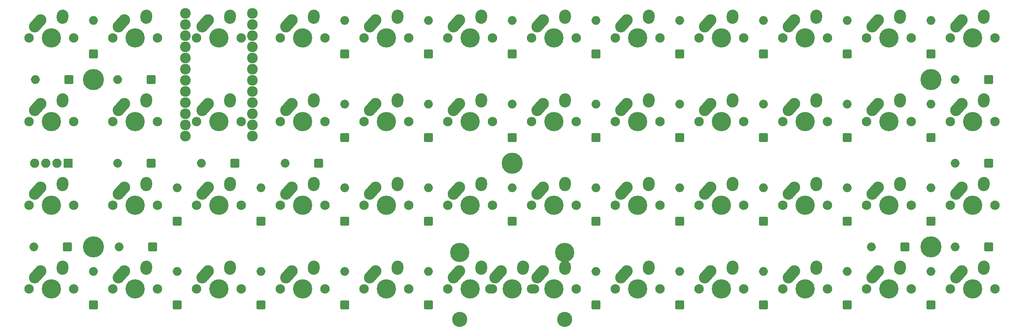
<source format=gbs>
G04 #@! TF.GenerationSoftware,KiCad,Pcbnew,(6.0.0)*
G04 #@! TF.CreationDate,2022-02-06T23:40:04-05:00*
G04 #@! TF.ProjectId,Contra,436f6e74-7261-42e6-9b69-6361645f7063,rev?*
G04 #@! TF.SameCoordinates,Original*
G04 #@! TF.FileFunction,Soldermask,Bot*
G04 #@! TF.FilePolarity,Negative*
%FSLAX46Y46*%
G04 Gerber Fmt 4.6, Leading zero omitted, Abs format (unit mm)*
G04 Created by KiCad (PCBNEW (6.0.0)) date 2022-02-06 23:40:04*
%MOMM*%
%LPD*%
G01*
G04 APERTURE LIST*
G04 Aperture macros list*
%AMRoundRect*
0 Rectangle with rounded corners*
0 $1 Rounding radius*
0 $2 $3 $4 $5 $6 $7 $8 $9 X,Y pos of 4 corners*
0 Add a 4 corners polygon primitive as box body*
4,1,4,$2,$3,$4,$5,$6,$7,$8,$9,$2,$3,0*
0 Add four circle primitives for the rounded corners*
1,1,$1+$1,$2,$3*
1,1,$1+$1,$4,$5*
1,1,$1+$1,$6,$7*
1,1,$1+$1,$8,$9*
0 Add four rect primitives between the rounded corners*
20,1,$1+$1,$2,$3,$4,$5,0*
20,1,$1+$1,$4,$5,$6,$7,0*
20,1,$1+$1,$6,$7,$8,$9,0*
20,1,$1+$1,$8,$9,$2,$3,0*%
%AMHorizOval*
0 Thick line with rounded ends*
0 $1 width*
0 $2 $3 position (X,Y) of the first rounded end (center of the circle)*
0 $4 $5 position (X,Y) of the second rounded end (center of the circle)*
0 Add line between two ends*
20,1,$1,$2,$3,$4,$5,0*
0 Add two circle primitives to create the rounded ends*
1,1,$1,$2,$3*
1,1,$1,$4,$5*%
G04 Aperture macros list end*
%ADD10C,2.150000*%
%ADD11C,4.387800*%
%ADD12C,2.650000*%
%ADD13HorizOval,2.650000X0.655001X0.730000X-0.655001X-0.730000X0*%
%ADD14HorizOval,2.650000X0.020000X0.290000X-0.020000X-0.290000X0*%
%ADD15C,3.448000*%
%ADD16C,1.100000*%
%ADD17C,4.800000*%
%ADD18RoundRect,0.200000X0.800000X-0.800000X0.800000X0.800000X-0.800000X0.800000X-0.800000X-0.800000X0*%
%ADD19O,2.000000X2.000000*%
%ADD20RoundRect,0.200000X0.800000X0.800000X-0.800000X0.800000X-0.800000X-0.800000X0.800000X-0.800000X0*%
%ADD21RoundRect,0.200000X-0.850000X0.850000X-0.850000X-0.850000X0.850000X-0.850000X0.850000X0.850000X0*%
%ADD22O,2.100000X2.100000*%
%ADD23C,2.432000*%
G04 APERTURE END LIST*
D10*
X33020000Y-38100000D03*
X43180000Y-38100000D03*
D11*
X38100000Y-38100000D03*
D12*
X35600000Y-34100000D03*
D13*
X34945001Y-34830000D03*
D14*
X40620000Y-33310000D03*
D12*
X40640000Y-33020000D03*
D10*
X52070000Y-38100000D03*
D11*
X57150000Y-38100000D03*
D10*
X62230000Y-38100000D03*
D12*
X54650000Y-34100000D03*
D13*
X53995001Y-34830000D03*
D12*
X59690000Y-33020000D03*
D14*
X59670000Y-33310000D03*
D10*
X81280000Y-38100000D03*
D11*
X76200000Y-38100000D03*
D10*
X71120000Y-38100000D03*
D12*
X73700000Y-34100000D03*
D13*
X73045001Y-34830000D03*
D14*
X78720000Y-33310000D03*
D12*
X78740000Y-33020000D03*
D11*
X95250000Y-38100000D03*
D10*
X90170000Y-38100000D03*
X100330000Y-38100000D03*
D13*
X92095001Y-34830000D03*
D12*
X92750000Y-34100000D03*
D14*
X97770000Y-33310000D03*
D12*
X97790000Y-33020000D03*
D11*
X114300000Y-38100000D03*
D10*
X109220000Y-38100000D03*
X119380000Y-38100000D03*
D12*
X111800000Y-34100000D03*
D13*
X111145001Y-34830000D03*
D12*
X116840000Y-33020000D03*
D14*
X116820000Y-33310000D03*
D10*
X128270000Y-38100000D03*
X138430000Y-38100000D03*
D11*
X133350000Y-38100000D03*
D12*
X130850000Y-34100000D03*
D13*
X130195001Y-34830000D03*
D14*
X135870000Y-33310000D03*
D12*
X135890000Y-33020000D03*
D10*
X147320000Y-38100000D03*
D11*
X152400000Y-38100000D03*
D10*
X157480000Y-38100000D03*
D13*
X149245001Y-34830000D03*
D12*
X149900000Y-34100000D03*
X154940000Y-33020000D03*
D14*
X154920000Y-33310000D03*
D11*
X171450000Y-38100000D03*
D10*
X176530000Y-38100000D03*
X166370000Y-38100000D03*
D12*
X168950000Y-34100000D03*
D13*
X168295001Y-34830000D03*
D14*
X173970000Y-33310000D03*
D12*
X173990000Y-33020000D03*
D10*
X185420000Y-38100000D03*
D11*
X190500000Y-38100000D03*
D10*
X195580000Y-38100000D03*
D12*
X188000000Y-34100000D03*
D13*
X187345001Y-34830000D03*
D12*
X193040000Y-33020000D03*
D14*
X193020000Y-33310000D03*
D10*
X214630000Y-38100000D03*
D11*
X209550000Y-38100000D03*
D10*
X204470000Y-38100000D03*
D13*
X206395001Y-34830000D03*
D12*
X207050000Y-34100000D03*
D14*
X212070000Y-33310000D03*
D12*
X212090000Y-33020000D03*
D10*
X233680000Y-38100000D03*
X223520000Y-38100000D03*
D11*
X228600000Y-38100000D03*
D13*
X225445001Y-34830000D03*
D12*
X226100000Y-34100000D03*
X231140000Y-33020000D03*
D14*
X231120000Y-33310000D03*
D10*
X252730000Y-38100000D03*
D11*
X247650000Y-38100000D03*
D10*
X242570000Y-38100000D03*
D13*
X244495001Y-34830000D03*
D12*
X245150000Y-34100000D03*
D14*
X250170000Y-33310000D03*
D12*
X250190000Y-33020000D03*
D10*
X43180000Y-57150000D03*
X33020000Y-57150000D03*
D11*
X38100000Y-57150000D03*
D13*
X34945001Y-53880000D03*
D12*
X35600000Y-53150000D03*
X40640000Y-52070000D03*
D14*
X40620000Y-52360000D03*
D10*
X62230000Y-57150000D03*
X52070000Y-57150000D03*
D11*
X57150000Y-57150000D03*
D12*
X54650000Y-53150000D03*
D13*
X53995001Y-53880000D03*
D14*
X59670000Y-52360000D03*
D12*
X59690000Y-52070000D03*
D11*
X76200000Y-57150000D03*
D10*
X81280000Y-57150000D03*
X71120000Y-57150000D03*
D13*
X73045001Y-53880000D03*
D12*
X73700000Y-53150000D03*
D14*
X78720000Y-52360000D03*
D12*
X78740000Y-52070000D03*
D11*
X95250000Y-57150000D03*
D10*
X100330000Y-57150000D03*
X90170000Y-57150000D03*
D12*
X92750000Y-53150000D03*
D13*
X92095001Y-53880000D03*
D14*
X97770000Y-52360000D03*
D12*
X97790000Y-52070000D03*
D11*
X114300000Y-57150000D03*
D10*
X119380000Y-57150000D03*
X109220000Y-57150000D03*
D13*
X111145001Y-53880000D03*
D12*
X111800000Y-53150000D03*
X116840000Y-52070000D03*
D14*
X116820000Y-52360000D03*
D11*
X133350000Y-57150000D03*
D10*
X138430000Y-57150000D03*
X128270000Y-57150000D03*
D12*
X130850000Y-53150000D03*
D13*
X130195001Y-53880000D03*
D14*
X135870000Y-52360000D03*
D12*
X135890000Y-52070000D03*
D10*
X157480000Y-57150000D03*
X147320000Y-57150000D03*
D11*
X152400000Y-57150000D03*
D12*
X149900000Y-53150000D03*
D13*
X149245001Y-53880000D03*
D14*
X154920000Y-52360000D03*
D12*
X154940000Y-52070000D03*
D10*
X166370000Y-57150000D03*
D11*
X171450000Y-57150000D03*
D10*
X176530000Y-57150000D03*
D12*
X168950000Y-53150000D03*
D13*
X168295001Y-53880000D03*
D12*
X173990000Y-52070000D03*
D14*
X173970000Y-52360000D03*
D11*
X190500000Y-57150000D03*
D10*
X195580000Y-57150000D03*
X185420000Y-57150000D03*
D13*
X187345001Y-53880000D03*
D12*
X188000000Y-53150000D03*
X193040000Y-52070000D03*
D14*
X193020000Y-52360000D03*
D10*
X204470000Y-57150000D03*
X214630000Y-57150000D03*
D11*
X209550000Y-57150000D03*
D12*
X207050000Y-53150000D03*
D13*
X206395001Y-53880000D03*
D14*
X212070000Y-52360000D03*
D12*
X212090000Y-52070000D03*
D10*
X233680000Y-57150000D03*
X223520000Y-57150000D03*
D11*
X228600000Y-57150000D03*
D12*
X226100000Y-53150000D03*
D13*
X225445001Y-53880000D03*
D12*
X231140000Y-52070000D03*
D14*
X231120000Y-52360000D03*
D10*
X242570000Y-57150000D03*
D11*
X247650000Y-57150000D03*
D10*
X252730000Y-57150000D03*
D12*
X245150000Y-53150000D03*
D13*
X244495001Y-53880000D03*
D14*
X250170000Y-52360000D03*
D12*
X250190000Y-52070000D03*
D10*
X43180000Y-76200000D03*
D11*
X38100000Y-76200000D03*
D10*
X33020000Y-76200000D03*
D12*
X35600000Y-72200000D03*
D13*
X34945001Y-72930000D03*
D12*
X40640000Y-71120000D03*
D14*
X40620000Y-71410000D03*
D10*
X52070000Y-76200000D03*
X62230000Y-76200000D03*
D11*
X57150000Y-76200000D03*
D13*
X53995001Y-72930000D03*
D12*
X54650000Y-72200000D03*
X59690000Y-71120000D03*
D14*
X59670000Y-71410000D03*
D11*
X76200000Y-76200000D03*
D10*
X81280000Y-76200000D03*
X71120000Y-76200000D03*
D12*
X73700000Y-72200000D03*
D13*
X73045001Y-72930000D03*
D12*
X78740000Y-71120000D03*
D14*
X78720000Y-71410000D03*
D10*
X90170000Y-76200000D03*
D11*
X95250000Y-76200000D03*
D10*
X100330000Y-76200000D03*
D13*
X92095001Y-72930000D03*
D12*
X92750000Y-72200000D03*
X97790000Y-71120000D03*
D14*
X97770000Y-71410000D03*
D10*
X119380000Y-76200000D03*
D11*
X114300000Y-76200000D03*
D10*
X109220000Y-76200000D03*
D12*
X111800000Y-72200000D03*
D13*
X111145001Y-72930000D03*
D14*
X116820000Y-71410000D03*
D12*
X116840000Y-71120000D03*
D10*
X128270000Y-76200000D03*
X138430000Y-76200000D03*
D11*
X133350000Y-76200000D03*
D12*
X130850000Y-72200000D03*
D13*
X130195001Y-72930000D03*
D14*
X135870000Y-71410000D03*
D12*
X135890000Y-71120000D03*
D10*
X157480000Y-76200000D03*
X147320000Y-76200000D03*
D11*
X152400000Y-76200000D03*
D12*
X149900000Y-72200000D03*
D13*
X149245001Y-72930000D03*
D12*
X154940000Y-71120000D03*
D14*
X154920000Y-71410000D03*
D10*
X166370000Y-76200000D03*
D11*
X171450000Y-76200000D03*
D10*
X176530000Y-76200000D03*
D12*
X168950000Y-72200000D03*
D13*
X168295001Y-72930000D03*
D12*
X173990000Y-71120000D03*
D14*
X173970000Y-71410000D03*
D10*
X185420000Y-76200000D03*
X195580000Y-76200000D03*
D11*
X190500000Y-76200000D03*
D12*
X188000000Y-72200000D03*
D13*
X187345001Y-72930000D03*
D14*
X193020000Y-71410000D03*
D12*
X193040000Y-71120000D03*
D10*
X214630000Y-76200000D03*
X204470000Y-76200000D03*
D11*
X209550000Y-76200000D03*
D13*
X206395001Y-72930000D03*
D12*
X207050000Y-72200000D03*
D14*
X212070000Y-71410000D03*
D12*
X212090000Y-71120000D03*
D11*
X228600000Y-76200000D03*
D10*
X223520000Y-76200000D03*
X233680000Y-76200000D03*
D12*
X226100000Y-72200000D03*
D13*
X225445001Y-72930000D03*
D12*
X231140000Y-71120000D03*
D14*
X231120000Y-71410000D03*
D10*
X242570000Y-76200000D03*
D11*
X247650000Y-76200000D03*
D10*
X252730000Y-76200000D03*
D12*
X245150000Y-72200000D03*
D13*
X244495001Y-72930000D03*
D14*
X250170000Y-71410000D03*
D12*
X250190000Y-71120000D03*
D11*
X38100000Y-95250000D03*
D10*
X33020000Y-95250000D03*
X43180000Y-95250000D03*
D13*
X34945001Y-91980000D03*
D12*
X35600000Y-91250000D03*
X40640000Y-90170000D03*
D14*
X40620000Y-90460000D03*
D11*
X57150000Y-95250000D03*
D10*
X52070000Y-95250000D03*
X62230000Y-95250000D03*
D13*
X53995001Y-91980000D03*
D12*
X54650000Y-91250000D03*
X59690000Y-90170000D03*
D14*
X59670000Y-90460000D03*
D11*
X76200000Y-95250000D03*
D10*
X81280000Y-95250000D03*
X71120000Y-95250000D03*
D12*
X73700000Y-91250000D03*
D13*
X73045001Y-91980000D03*
D12*
X78740000Y-90170000D03*
D14*
X78720000Y-90460000D03*
D10*
X100330000Y-95250000D03*
X90170000Y-95250000D03*
D11*
X95250000Y-95250000D03*
D13*
X92095001Y-91980000D03*
D12*
X92750000Y-91250000D03*
X97790000Y-90170000D03*
D14*
X97770000Y-90460000D03*
D10*
X119380000Y-95250000D03*
D11*
X114300000Y-95250000D03*
D10*
X109220000Y-95250000D03*
D12*
X111800000Y-91250000D03*
D13*
X111145001Y-91980000D03*
D14*
X116820000Y-90460000D03*
D12*
X116840000Y-90170000D03*
D11*
X133350000Y-95250000D03*
D10*
X138430000Y-95250000D03*
X128270000Y-95250000D03*
D13*
X130195001Y-91980000D03*
D12*
X130850000Y-91250000D03*
X135890000Y-90170000D03*
D14*
X135870000Y-90460000D03*
D11*
X152400000Y-95250000D03*
D10*
X147320000Y-95250000D03*
X157480000Y-95250000D03*
D12*
X149900000Y-91250000D03*
D13*
X149245001Y-91980000D03*
D14*
X154920000Y-90460000D03*
D12*
X154940000Y-90170000D03*
D10*
X166370000Y-95250000D03*
D11*
X171450000Y-95250000D03*
D10*
X176530000Y-95250000D03*
D12*
X168950000Y-91250000D03*
D13*
X168295001Y-91980000D03*
D14*
X173970000Y-90460000D03*
D12*
X173990000Y-90170000D03*
D10*
X195580000Y-95250000D03*
D11*
X190500000Y-95250000D03*
D10*
X185420000Y-95250000D03*
D13*
X187345001Y-91980000D03*
D12*
X188000000Y-91250000D03*
D14*
X193020000Y-90460000D03*
D12*
X193040000Y-90170000D03*
D10*
X204470000Y-95250000D03*
D11*
X209550000Y-95250000D03*
D10*
X214630000Y-95250000D03*
D12*
X207050000Y-91250000D03*
D13*
X206395001Y-91980000D03*
D14*
X212070000Y-90460000D03*
D12*
X212090000Y-90170000D03*
D11*
X228600000Y-95250000D03*
D10*
X233680000Y-95250000D03*
X223520000Y-95250000D03*
D13*
X225445001Y-91980000D03*
D12*
X226100000Y-91250000D03*
X231140000Y-90170000D03*
D14*
X231120000Y-90460000D03*
D11*
X247650000Y-95250000D03*
D10*
X242570000Y-95250000D03*
X252730000Y-95250000D03*
D12*
X245150000Y-91250000D03*
D13*
X244495001Y-91980000D03*
D14*
X250170000Y-90460000D03*
D12*
X250190000Y-90170000D03*
D15*
X130937000Y-102235000D03*
D10*
X147955000Y-95250000D03*
X137795000Y-95250000D03*
D11*
X154813000Y-86995000D03*
X142875000Y-95250000D03*
X130937000Y-86995000D03*
D15*
X154813000Y-102235000D03*
D13*
X139720001Y-91980000D03*
D12*
X140375000Y-91250000D03*
X145415000Y-90170000D03*
D14*
X145395000Y-90460000D03*
D16*
X236958274Y-86891726D03*
X239775000Y-85725000D03*
X239291726Y-84558274D03*
X236958274Y-84558274D03*
X236475000Y-85725000D03*
X238125000Y-87375000D03*
X239291726Y-86891726D03*
X238125000Y-84075000D03*
D17*
X238125000Y-85725000D03*
D16*
X238125000Y-49275000D03*
X236958274Y-46458274D03*
D17*
X238125000Y-47625000D03*
D16*
X236475000Y-47625000D03*
X239291726Y-46458274D03*
X239291726Y-48791726D03*
X239775000Y-47625000D03*
X236958274Y-48791726D03*
X238125000Y-45975000D03*
X141225000Y-66675000D03*
X141708274Y-65508274D03*
X144041726Y-65508274D03*
X144525000Y-66675000D03*
X144041726Y-67841726D03*
X142875000Y-65025000D03*
X142875000Y-68325000D03*
X141708274Y-67841726D03*
D17*
X142875000Y-66675000D03*
D16*
X49275000Y-47625000D03*
X46458274Y-48791726D03*
X48791726Y-46458274D03*
X45975000Y-47625000D03*
X46458274Y-46458274D03*
X47625000Y-49275000D03*
X47625000Y-45975000D03*
X48791726Y-48791726D03*
D17*
X47625000Y-47625000D03*
D16*
X48791726Y-86891726D03*
X49275000Y-85725000D03*
X45975000Y-85725000D03*
D17*
X47625000Y-85725000D03*
D16*
X47625000Y-87375000D03*
X46458274Y-86891726D03*
X47625000Y-84075000D03*
X46458274Y-84558274D03*
X48791726Y-84558274D03*
D18*
X47625000Y-41751250D03*
D19*
X47625000Y-34131250D03*
D20*
X60801250Y-47625000D03*
D19*
X53181250Y-47625000D03*
D20*
X79851250Y-66675000D03*
D19*
X72231250Y-66675000D03*
D18*
X104775000Y-41751250D03*
D19*
X104775000Y-34131250D03*
D18*
X123825000Y-41751250D03*
D19*
X123825000Y-34131250D03*
D18*
X142875000Y-41751250D03*
D19*
X142875000Y-34131250D03*
D18*
X161925000Y-41751250D03*
D19*
X161925000Y-34131250D03*
D18*
X180975000Y-41751250D03*
D19*
X180975000Y-34131250D03*
D18*
X200025000Y-41751250D03*
D19*
X200025000Y-34131250D03*
D18*
X219075000Y-41751250D03*
D19*
X219075000Y-34131250D03*
D18*
X238125000Y-41751250D03*
D19*
X238125000Y-34131250D03*
D20*
X251301250Y-47625000D03*
D19*
X243681250Y-47625000D03*
D20*
X42068750Y-47625000D03*
D19*
X34448750Y-47625000D03*
D20*
X60801250Y-66675000D03*
D19*
X53181250Y-66675000D03*
D20*
X98901250Y-66675000D03*
D19*
X91281250Y-66675000D03*
D18*
X104775000Y-60801250D03*
D19*
X104775000Y-53181250D03*
D18*
X123825000Y-60801250D03*
D19*
X123825000Y-53181250D03*
D18*
X142875000Y-60801250D03*
D19*
X142875000Y-53181250D03*
D18*
X161925000Y-60801250D03*
D19*
X161925000Y-53181250D03*
D18*
X180975000Y-60801250D03*
D19*
X180975000Y-53181250D03*
D18*
X200025000Y-60801250D03*
D19*
X200025000Y-53181250D03*
D18*
X219075000Y-60801250D03*
D19*
X219075000Y-53181250D03*
D18*
X238125000Y-60801250D03*
D19*
X238125000Y-53181250D03*
D20*
X251301250Y-66675000D03*
D19*
X243681250Y-66675000D03*
D20*
X61118750Y-85725000D03*
D19*
X53498750Y-85725000D03*
D18*
X66675000Y-79851250D03*
D19*
X66675000Y-72231250D03*
D18*
X85725000Y-79851250D03*
D19*
X85725000Y-72231250D03*
D18*
X104775000Y-79851250D03*
D19*
X104775000Y-72231250D03*
D18*
X123825000Y-79851250D03*
D19*
X123825000Y-72231250D03*
D18*
X142875000Y-79851250D03*
D19*
X142875000Y-72231250D03*
D18*
X161925000Y-79851250D03*
D19*
X161925000Y-72231250D03*
D18*
X180975000Y-79851250D03*
D19*
X180975000Y-72231250D03*
D18*
X200025000Y-79851250D03*
D19*
X200025000Y-72231250D03*
D18*
X219075000Y-79851250D03*
D19*
X219075000Y-72231250D03*
D20*
X232251250Y-85725000D03*
D19*
X224631250Y-85725000D03*
D18*
X238125000Y-79851250D03*
D19*
X238125000Y-72231250D03*
D20*
X41751250Y-85725000D03*
D19*
X34131250Y-85725000D03*
D18*
X47625000Y-98901250D03*
D19*
X47625000Y-91281250D03*
D18*
X66675000Y-98901250D03*
D19*
X66675000Y-91281250D03*
D18*
X85725000Y-98901250D03*
D19*
X85725000Y-91281250D03*
D18*
X104775000Y-98901250D03*
D19*
X104775000Y-91281250D03*
D18*
X123825000Y-98901250D03*
D19*
X123825000Y-91281250D03*
D18*
X161925000Y-98901250D03*
D19*
X161925000Y-91281250D03*
D18*
X180975000Y-98901250D03*
D19*
X180975000Y-91281250D03*
D18*
X200025000Y-98901250D03*
D19*
X200025000Y-91281250D03*
D18*
X219075000Y-98901250D03*
D19*
X219075000Y-91281250D03*
D18*
X238125000Y-98901250D03*
D19*
X238125000Y-91281250D03*
D20*
X251301250Y-85725000D03*
D19*
X243681250Y-85725000D03*
D21*
X41910000Y-66675000D03*
D22*
X39370000Y-66675000D03*
X36830000Y-66675000D03*
X34290000Y-66675000D03*
D23*
X83820000Y-32543750D03*
X83820000Y-35083750D03*
X83820000Y-37623750D03*
X83820000Y-40163750D03*
X83820000Y-42703750D03*
X83820000Y-45243750D03*
X83820000Y-47783750D03*
X83820000Y-50323750D03*
X83820000Y-52863750D03*
X83820000Y-55403750D03*
X83820000Y-57943750D03*
X83820000Y-60483750D03*
X68580000Y-60483750D03*
X68580000Y-57943750D03*
X68580000Y-55403750D03*
X68580000Y-52863750D03*
X68580000Y-50323750D03*
X68580000Y-47783750D03*
X68580000Y-45243750D03*
X68580000Y-42703750D03*
X68580000Y-40163750D03*
X68580000Y-37623750D03*
X68580000Y-35083750D03*
X68580000Y-32543750D03*
M02*

</source>
